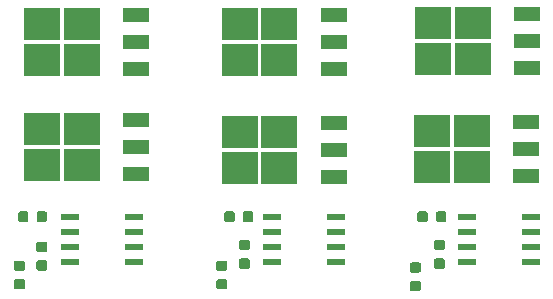
<source format=gbr>
G04 #@! TF.GenerationSoftware,KiCad,Pcbnew,(5.0.1)-3*
G04 #@! TF.CreationDate,2021-02-08T17:12:00-05:00*
G04 #@! TF.ProjectId,fpga_esc,667067615F6573632E6B696361645F70,rev?*
G04 #@! TF.SameCoordinates,Original*
G04 #@! TF.FileFunction,Paste,Bot*
G04 #@! TF.FilePolarity,Positive*
%FSLAX46Y46*%
G04 Gerber Fmt 4.6, Leading zero omitted, Abs format (unit mm)*
G04 Created by KiCad (PCBNEW (5.0.1)-3) date 2021-02-08 5:12:00 PM*
%MOMM*%
%LPD*%
G01*
G04 APERTURE LIST*
%ADD10C,0.100000*%
%ADD11C,0.875000*%
%ADD12R,1.550000X0.600000*%
%ADD13R,3.050000X2.750000*%
%ADD14R,2.200000X1.200000*%
G04 APERTURE END LIST*
D10*
G04 #@! TO.C,C10*
G36*
X113905191Y-75726053D02*
X113926426Y-75729203D01*
X113947250Y-75734419D01*
X113967462Y-75741651D01*
X113986868Y-75750830D01*
X114005281Y-75761866D01*
X114022524Y-75774654D01*
X114038430Y-75789070D01*
X114052846Y-75804976D01*
X114065634Y-75822219D01*
X114076670Y-75840632D01*
X114085849Y-75860038D01*
X114093081Y-75880250D01*
X114098297Y-75901074D01*
X114101447Y-75922309D01*
X114102500Y-75943750D01*
X114102500Y-76456250D01*
X114101447Y-76477691D01*
X114098297Y-76498926D01*
X114093081Y-76519750D01*
X114085849Y-76539962D01*
X114076670Y-76559368D01*
X114065634Y-76577781D01*
X114052846Y-76595024D01*
X114038430Y-76610930D01*
X114022524Y-76625346D01*
X114005281Y-76638134D01*
X113986868Y-76649170D01*
X113967462Y-76658349D01*
X113947250Y-76665581D01*
X113926426Y-76670797D01*
X113905191Y-76673947D01*
X113883750Y-76675000D01*
X113446250Y-76675000D01*
X113424809Y-76673947D01*
X113403574Y-76670797D01*
X113382750Y-76665581D01*
X113362538Y-76658349D01*
X113343132Y-76649170D01*
X113324719Y-76638134D01*
X113307476Y-76625346D01*
X113291570Y-76610930D01*
X113277154Y-76595024D01*
X113264366Y-76577781D01*
X113253330Y-76559368D01*
X113244151Y-76539962D01*
X113236919Y-76519750D01*
X113231703Y-76498926D01*
X113228553Y-76477691D01*
X113227500Y-76456250D01*
X113227500Y-75943750D01*
X113228553Y-75922309D01*
X113231703Y-75901074D01*
X113236919Y-75880250D01*
X113244151Y-75860038D01*
X113253330Y-75840632D01*
X113264366Y-75822219D01*
X113277154Y-75804976D01*
X113291570Y-75789070D01*
X113307476Y-75774654D01*
X113324719Y-75761866D01*
X113343132Y-75750830D01*
X113362538Y-75741651D01*
X113382750Y-75734419D01*
X113403574Y-75729203D01*
X113424809Y-75726053D01*
X113446250Y-75725000D01*
X113883750Y-75725000D01*
X113905191Y-75726053D01*
X113905191Y-75726053D01*
G37*
D11*
X113665000Y-76200000D03*
D10*
G36*
X112330191Y-75726053D02*
X112351426Y-75729203D01*
X112372250Y-75734419D01*
X112392462Y-75741651D01*
X112411868Y-75750830D01*
X112430281Y-75761866D01*
X112447524Y-75774654D01*
X112463430Y-75789070D01*
X112477846Y-75804976D01*
X112490634Y-75822219D01*
X112501670Y-75840632D01*
X112510849Y-75860038D01*
X112518081Y-75880250D01*
X112523297Y-75901074D01*
X112526447Y-75922309D01*
X112527500Y-75943750D01*
X112527500Y-76456250D01*
X112526447Y-76477691D01*
X112523297Y-76498926D01*
X112518081Y-76519750D01*
X112510849Y-76539962D01*
X112501670Y-76559368D01*
X112490634Y-76577781D01*
X112477846Y-76595024D01*
X112463430Y-76610930D01*
X112447524Y-76625346D01*
X112430281Y-76638134D01*
X112411868Y-76649170D01*
X112392462Y-76658349D01*
X112372250Y-76665581D01*
X112351426Y-76670797D01*
X112330191Y-76673947D01*
X112308750Y-76675000D01*
X111871250Y-76675000D01*
X111849809Y-76673947D01*
X111828574Y-76670797D01*
X111807750Y-76665581D01*
X111787538Y-76658349D01*
X111768132Y-76649170D01*
X111749719Y-76638134D01*
X111732476Y-76625346D01*
X111716570Y-76610930D01*
X111702154Y-76595024D01*
X111689366Y-76577781D01*
X111678330Y-76559368D01*
X111669151Y-76539962D01*
X111661919Y-76519750D01*
X111656703Y-76498926D01*
X111653553Y-76477691D01*
X111652500Y-76456250D01*
X111652500Y-75943750D01*
X111653553Y-75922309D01*
X111656703Y-75901074D01*
X111661919Y-75880250D01*
X111669151Y-75860038D01*
X111678330Y-75840632D01*
X111689366Y-75822219D01*
X111702154Y-75804976D01*
X111716570Y-75789070D01*
X111732476Y-75774654D01*
X111749719Y-75761866D01*
X111768132Y-75750830D01*
X111787538Y-75741651D01*
X111807750Y-75734419D01*
X111828574Y-75729203D01*
X111849809Y-75726053D01*
X111871250Y-75725000D01*
X112308750Y-75725000D01*
X112330191Y-75726053D01*
X112330191Y-75726053D01*
G37*
D11*
X112090000Y-76200000D03*
G04 #@! TD*
D10*
G04 #@! TO.C,C11*
G36*
X147712691Y-75726053D02*
X147733926Y-75729203D01*
X147754750Y-75734419D01*
X147774962Y-75741651D01*
X147794368Y-75750830D01*
X147812781Y-75761866D01*
X147830024Y-75774654D01*
X147845930Y-75789070D01*
X147860346Y-75804976D01*
X147873134Y-75822219D01*
X147884170Y-75840632D01*
X147893349Y-75860038D01*
X147900581Y-75880250D01*
X147905797Y-75901074D01*
X147908947Y-75922309D01*
X147910000Y-75943750D01*
X147910000Y-76456250D01*
X147908947Y-76477691D01*
X147905797Y-76498926D01*
X147900581Y-76519750D01*
X147893349Y-76539962D01*
X147884170Y-76559368D01*
X147873134Y-76577781D01*
X147860346Y-76595024D01*
X147845930Y-76610930D01*
X147830024Y-76625346D01*
X147812781Y-76638134D01*
X147794368Y-76649170D01*
X147774962Y-76658349D01*
X147754750Y-76665581D01*
X147733926Y-76670797D01*
X147712691Y-76673947D01*
X147691250Y-76675000D01*
X147253750Y-76675000D01*
X147232309Y-76673947D01*
X147211074Y-76670797D01*
X147190250Y-76665581D01*
X147170038Y-76658349D01*
X147150632Y-76649170D01*
X147132219Y-76638134D01*
X147114976Y-76625346D01*
X147099070Y-76610930D01*
X147084654Y-76595024D01*
X147071866Y-76577781D01*
X147060830Y-76559368D01*
X147051651Y-76539962D01*
X147044419Y-76519750D01*
X147039203Y-76498926D01*
X147036053Y-76477691D01*
X147035000Y-76456250D01*
X147035000Y-75943750D01*
X147036053Y-75922309D01*
X147039203Y-75901074D01*
X147044419Y-75880250D01*
X147051651Y-75860038D01*
X147060830Y-75840632D01*
X147071866Y-75822219D01*
X147084654Y-75804976D01*
X147099070Y-75789070D01*
X147114976Y-75774654D01*
X147132219Y-75761866D01*
X147150632Y-75750830D01*
X147170038Y-75741651D01*
X147190250Y-75734419D01*
X147211074Y-75729203D01*
X147232309Y-75726053D01*
X147253750Y-75725000D01*
X147691250Y-75725000D01*
X147712691Y-75726053D01*
X147712691Y-75726053D01*
G37*
D11*
X147472500Y-76200000D03*
D10*
G36*
X146137691Y-75726053D02*
X146158926Y-75729203D01*
X146179750Y-75734419D01*
X146199962Y-75741651D01*
X146219368Y-75750830D01*
X146237781Y-75761866D01*
X146255024Y-75774654D01*
X146270930Y-75789070D01*
X146285346Y-75804976D01*
X146298134Y-75822219D01*
X146309170Y-75840632D01*
X146318349Y-75860038D01*
X146325581Y-75880250D01*
X146330797Y-75901074D01*
X146333947Y-75922309D01*
X146335000Y-75943750D01*
X146335000Y-76456250D01*
X146333947Y-76477691D01*
X146330797Y-76498926D01*
X146325581Y-76519750D01*
X146318349Y-76539962D01*
X146309170Y-76559368D01*
X146298134Y-76577781D01*
X146285346Y-76595024D01*
X146270930Y-76610930D01*
X146255024Y-76625346D01*
X146237781Y-76638134D01*
X146219368Y-76649170D01*
X146199962Y-76658349D01*
X146179750Y-76665581D01*
X146158926Y-76670797D01*
X146137691Y-76673947D01*
X146116250Y-76675000D01*
X145678750Y-76675000D01*
X145657309Y-76673947D01*
X145636074Y-76670797D01*
X145615250Y-76665581D01*
X145595038Y-76658349D01*
X145575632Y-76649170D01*
X145557219Y-76638134D01*
X145539976Y-76625346D01*
X145524070Y-76610930D01*
X145509654Y-76595024D01*
X145496866Y-76577781D01*
X145485830Y-76559368D01*
X145476651Y-76539962D01*
X145469419Y-76519750D01*
X145464203Y-76498926D01*
X145461053Y-76477691D01*
X145460000Y-76456250D01*
X145460000Y-75943750D01*
X145461053Y-75922309D01*
X145464203Y-75901074D01*
X145469419Y-75880250D01*
X145476651Y-75860038D01*
X145485830Y-75840632D01*
X145496866Y-75822219D01*
X145509654Y-75804976D01*
X145524070Y-75789070D01*
X145539976Y-75774654D01*
X145557219Y-75761866D01*
X145575632Y-75750830D01*
X145595038Y-75741651D01*
X145615250Y-75734419D01*
X145636074Y-75729203D01*
X145657309Y-75726053D01*
X145678750Y-75725000D01*
X146116250Y-75725000D01*
X146137691Y-75726053D01*
X146137691Y-75726053D01*
G37*
D11*
X145897500Y-76200000D03*
G04 #@! TD*
D10*
G04 #@! TO.C,C12*
G36*
X129780191Y-75726053D02*
X129801426Y-75729203D01*
X129822250Y-75734419D01*
X129842462Y-75741651D01*
X129861868Y-75750830D01*
X129880281Y-75761866D01*
X129897524Y-75774654D01*
X129913430Y-75789070D01*
X129927846Y-75804976D01*
X129940634Y-75822219D01*
X129951670Y-75840632D01*
X129960849Y-75860038D01*
X129968081Y-75880250D01*
X129973297Y-75901074D01*
X129976447Y-75922309D01*
X129977500Y-75943750D01*
X129977500Y-76456250D01*
X129976447Y-76477691D01*
X129973297Y-76498926D01*
X129968081Y-76519750D01*
X129960849Y-76539962D01*
X129951670Y-76559368D01*
X129940634Y-76577781D01*
X129927846Y-76595024D01*
X129913430Y-76610930D01*
X129897524Y-76625346D01*
X129880281Y-76638134D01*
X129861868Y-76649170D01*
X129842462Y-76658349D01*
X129822250Y-76665581D01*
X129801426Y-76670797D01*
X129780191Y-76673947D01*
X129758750Y-76675000D01*
X129321250Y-76675000D01*
X129299809Y-76673947D01*
X129278574Y-76670797D01*
X129257750Y-76665581D01*
X129237538Y-76658349D01*
X129218132Y-76649170D01*
X129199719Y-76638134D01*
X129182476Y-76625346D01*
X129166570Y-76610930D01*
X129152154Y-76595024D01*
X129139366Y-76577781D01*
X129128330Y-76559368D01*
X129119151Y-76539962D01*
X129111919Y-76519750D01*
X129106703Y-76498926D01*
X129103553Y-76477691D01*
X129102500Y-76456250D01*
X129102500Y-75943750D01*
X129103553Y-75922309D01*
X129106703Y-75901074D01*
X129111919Y-75880250D01*
X129119151Y-75860038D01*
X129128330Y-75840632D01*
X129139366Y-75822219D01*
X129152154Y-75804976D01*
X129166570Y-75789070D01*
X129182476Y-75774654D01*
X129199719Y-75761866D01*
X129218132Y-75750830D01*
X129237538Y-75741651D01*
X129257750Y-75734419D01*
X129278574Y-75729203D01*
X129299809Y-75726053D01*
X129321250Y-75725000D01*
X129758750Y-75725000D01*
X129780191Y-75726053D01*
X129780191Y-75726053D01*
G37*
D11*
X129540000Y-76200000D03*
D10*
G36*
X131355191Y-75726053D02*
X131376426Y-75729203D01*
X131397250Y-75734419D01*
X131417462Y-75741651D01*
X131436868Y-75750830D01*
X131455281Y-75761866D01*
X131472524Y-75774654D01*
X131488430Y-75789070D01*
X131502846Y-75804976D01*
X131515634Y-75822219D01*
X131526670Y-75840632D01*
X131535849Y-75860038D01*
X131543081Y-75880250D01*
X131548297Y-75901074D01*
X131551447Y-75922309D01*
X131552500Y-75943750D01*
X131552500Y-76456250D01*
X131551447Y-76477691D01*
X131548297Y-76498926D01*
X131543081Y-76519750D01*
X131535849Y-76539962D01*
X131526670Y-76559368D01*
X131515634Y-76577781D01*
X131502846Y-76595024D01*
X131488430Y-76610930D01*
X131472524Y-76625346D01*
X131455281Y-76638134D01*
X131436868Y-76649170D01*
X131417462Y-76658349D01*
X131397250Y-76665581D01*
X131376426Y-76670797D01*
X131355191Y-76673947D01*
X131333750Y-76675000D01*
X130896250Y-76675000D01*
X130874809Y-76673947D01*
X130853574Y-76670797D01*
X130832750Y-76665581D01*
X130812538Y-76658349D01*
X130793132Y-76649170D01*
X130774719Y-76638134D01*
X130757476Y-76625346D01*
X130741570Y-76610930D01*
X130727154Y-76595024D01*
X130714366Y-76577781D01*
X130703330Y-76559368D01*
X130694151Y-76539962D01*
X130686919Y-76519750D01*
X130681703Y-76498926D01*
X130678553Y-76477691D01*
X130677500Y-76456250D01*
X130677500Y-75943750D01*
X130678553Y-75922309D01*
X130681703Y-75901074D01*
X130686919Y-75880250D01*
X130694151Y-75860038D01*
X130703330Y-75840632D01*
X130714366Y-75822219D01*
X130727154Y-75804976D01*
X130741570Y-75789070D01*
X130757476Y-75774654D01*
X130774719Y-75761866D01*
X130793132Y-75750830D01*
X130812538Y-75741651D01*
X130832750Y-75734419D01*
X130853574Y-75729203D01*
X130874809Y-75726053D01*
X130896250Y-75725000D01*
X131333750Y-75725000D01*
X131355191Y-75726053D01*
X131355191Y-75726053D01*
G37*
D11*
X131115000Y-76200000D03*
G04 #@! TD*
D10*
G04 #@! TO.C,C13*
G36*
X129182691Y-81478553D02*
X129203926Y-81481703D01*
X129224750Y-81486919D01*
X129244962Y-81494151D01*
X129264368Y-81503330D01*
X129282781Y-81514366D01*
X129300024Y-81527154D01*
X129315930Y-81541570D01*
X129330346Y-81557476D01*
X129343134Y-81574719D01*
X129354170Y-81593132D01*
X129363349Y-81612538D01*
X129370581Y-81632750D01*
X129375797Y-81653574D01*
X129378947Y-81674809D01*
X129380000Y-81696250D01*
X129380000Y-82133750D01*
X129378947Y-82155191D01*
X129375797Y-82176426D01*
X129370581Y-82197250D01*
X129363349Y-82217462D01*
X129354170Y-82236868D01*
X129343134Y-82255281D01*
X129330346Y-82272524D01*
X129315930Y-82288430D01*
X129300024Y-82302846D01*
X129282781Y-82315634D01*
X129264368Y-82326670D01*
X129244962Y-82335849D01*
X129224750Y-82343081D01*
X129203926Y-82348297D01*
X129182691Y-82351447D01*
X129161250Y-82352500D01*
X128648750Y-82352500D01*
X128627309Y-82351447D01*
X128606074Y-82348297D01*
X128585250Y-82343081D01*
X128565038Y-82335849D01*
X128545632Y-82326670D01*
X128527219Y-82315634D01*
X128509976Y-82302846D01*
X128494070Y-82288430D01*
X128479654Y-82272524D01*
X128466866Y-82255281D01*
X128455830Y-82236868D01*
X128446651Y-82217462D01*
X128439419Y-82197250D01*
X128434203Y-82176426D01*
X128431053Y-82155191D01*
X128430000Y-82133750D01*
X128430000Y-81696250D01*
X128431053Y-81674809D01*
X128434203Y-81653574D01*
X128439419Y-81632750D01*
X128446651Y-81612538D01*
X128455830Y-81593132D01*
X128466866Y-81574719D01*
X128479654Y-81557476D01*
X128494070Y-81541570D01*
X128509976Y-81527154D01*
X128527219Y-81514366D01*
X128545632Y-81503330D01*
X128565038Y-81494151D01*
X128585250Y-81486919D01*
X128606074Y-81481703D01*
X128627309Y-81478553D01*
X128648750Y-81477500D01*
X129161250Y-81477500D01*
X129182691Y-81478553D01*
X129182691Y-81478553D01*
G37*
D11*
X128905000Y-81915000D03*
D10*
G36*
X129182691Y-79903553D02*
X129203926Y-79906703D01*
X129224750Y-79911919D01*
X129244962Y-79919151D01*
X129264368Y-79928330D01*
X129282781Y-79939366D01*
X129300024Y-79952154D01*
X129315930Y-79966570D01*
X129330346Y-79982476D01*
X129343134Y-79999719D01*
X129354170Y-80018132D01*
X129363349Y-80037538D01*
X129370581Y-80057750D01*
X129375797Y-80078574D01*
X129378947Y-80099809D01*
X129380000Y-80121250D01*
X129380000Y-80558750D01*
X129378947Y-80580191D01*
X129375797Y-80601426D01*
X129370581Y-80622250D01*
X129363349Y-80642462D01*
X129354170Y-80661868D01*
X129343134Y-80680281D01*
X129330346Y-80697524D01*
X129315930Y-80713430D01*
X129300024Y-80727846D01*
X129282781Y-80740634D01*
X129264368Y-80751670D01*
X129244962Y-80760849D01*
X129224750Y-80768081D01*
X129203926Y-80773297D01*
X129182691Y-80776447D01*
X129161250Y-80777500D01*
X128648750Y-80777500D01*
X128627309Y-80776447D01*
X128606074Y-80773297D01*
X128585250Y-80768081D01*
X128565038Y-80760849D01*
X128545632Y-80751670D01*
X128527219Y-80740634D01*
X128509976Y-80727846D01*
X128494070Y-80713430D01*
X128479654Y-80697524D01*
X128466866Y-80680281D01*
X128455830Y-80661868D01*
X128446651Y-80642462D01*
X128439419Y-80622250D01*
X128434203Y-80601426D01*
X128431053Y-80580191D01*
X128430000Y-80558750D01*
X128430000Y-80121250D01*
X128431053Y-80099809D01*
X128434203Y-80078574D01*
X128439419Y-80057750D01*
X128446651Y-80037538D01*
X128455830Y-80018132D01*
X128466866Y-79999719D01*
X128479654Y-79982476D01*
X128494070Y-79966570D01*
X128509976Y-79952154D01*
X128527219Y-79939366D01*
X128545632Y-79928330D01*
X128565038Y-79919151D01*
X128585250Y-79911919D01*
X128606074Y-79906703D01*
X128627309Y-79903553D01*
X128648750Y-79902500D01*
X129161250Y-79902500D01*
X129182691Y-79903553D01*
X129182691Y-79903553D01*
G37*
D11*
X128905000Y-80340000D03*
G04 #@! TD*
D10*
G04 #@! TO.C,C14*
G36*
X112037691Y-79903553D02*
X112058926Y-79906703D01*
X112079750Y-79911919D01*
X112099962Y-79919151D01*
X112119368Y-79928330D01*
X112137781Y-79939366D01*
X112155024Y-79952154D01*
X112170930Y-79966570D01*
X112185346Y-79982476D01*
X112198134Y-79999719D01*
X112209170Y-80018132D01*
X112218349Y-80037538D01*
X112225581Y-80057750D01*
X112230797Y-80078574D01*
X112233947Y-80099809D01*
X112235000Y-80121250D01*
X112235000Y-80558750D01*
X112233947Y-80580191D01*
X112230797Y-80601426D01*
X112225581Y-80622250D01*
X112218349Y-80642462D01*
X112209170Y-80661868D01*
X112198134Y-80680281D01*
X112185346Y-80697524D01*
X112170930Y-80713430D01*
X112155024Y-80727846D01*
X112137781Y-80740634D01*
X112119368Y-80751670D01*
X112099962Y-80760849D01*
X112079750Y-80768081D01*
X112058926Y-80773297D01*
X112037691Y-80776447D01*
X112016250Y-80777500D01*
X111503750Y-80777500D01*
X111482309Y-80776447D01*
X111461074Y-80773297D01*
X111440250Y-80768081D01*
X111420038Y-80760849D01*
X111400632Y-80751670D01*
X111382219Y-80740634D01*
X111364976Y-80727846D01*
X111349070Y-80713430D01*
X111334654Y-80697524D01*
X111321866Y-80680281D01*
X111310830Y-80661868D01*
X111301651Y-80642462D01*
X111294419Y-80622250D01*
X111289203Y-80601426D01*
X111286053Y-80580191D01*
X111285000Y-80558750D01*
X111285000Y-80121250D01*
X111286053Y-80099809D01*
X111289203Y-80078574D01*
X111294419Y-80057750D01*
X111301651Y-80037538D01*
X111310830Y-80018132D01*
X111321866Y-79999719D01*
X111334654Y-79982476D01*
X111349070Y-79966570D01*
X111364976Y-79952154D01*
X111382219Y-79939366D01*
X111400632Y-79928330D01*
X111420038Y-79919151D01*
X111440250Y-79911919D01*
X111461074Y-79906703D01*
X111482309Y-79903553D01*
X111503750Y-79902500D01*
X112016250Y-79902500D01*
X112037691Y-79903553D01*
X112037691Y-79903553D01*
G37*
D11*
X111760000Y-80340000D03*
D10*
G36*
X112037691Y-81478553D02*
X112058926Y-81481703D01*
X112079750Y-81486919D01*
X112099962Y-81494151D01*
X112119368Y-81503330D01*
X112137781Y-81514366D01*
X112155024Y-81527154D01*
X112170930Y-81541570D01*
X112185346Y-81557476D01*
X112198134Y-81574719D01*
X112209170Y-81593132D01*
X112218349Y-81612538D01*
X112225581Y-81632750D01*
X112230797Y-81653574D01*
X112233947Y-81674809D01*
X112235000Y-81696250D01*
X112235000Y-82133750D01*
X112233947Y-82155191D01*
X112230797Y-82176426D01*
X112225581Y-82197250D01*
X112218349Y-82217462D01*
X112209170Y-82236868D01*
X112198134Y-82255281D01*
X112185346Y-82272524D01*
X112170930Y-82288430D01*
X112155024Y-82302846D01*
X112137781Y-82315634D01*
X112119368Y-82326670D01*
X112099962Y-82335849D01*
X112079750Y-82343081D01*
X112058926Y-82348297D01*
X112037691Y-82351447D01*
X112016250Y-82352500D01*
X111503750Y-82352500D01*
X111482309Y-82351447D01*
X111461074Y-82348297D01*
X111440250Y-82343081D01*
X111420038Y-82335849D01*
X111400632Y-82326670D01*
X111382219Y-82315634D01*
X111364976Y-82302846D01*
X111349070Y-82288430D01*
X111334654Y-82272524D01*
X111321866Y-82255281D01*
X111310830Y-82236868D01*
X111301651Y-82217462D01*
X111294419Y-82197250D01*
X111289203Y-82176426D01*
X111286053Y-82155191D01*
X111285000Y-82133750D01*
X111285000Y-81696250D01*
X111286053Y-81674809D01*
X111289203Y-81653574D01*
X111294419Y-81632750D01*
X111301651Y-81612538D01*
X111310830Y-81593132D01*
X111321866Y-81574719D01*
X111334654Y-81557476D01*
X111349070Y-81541570D01*
X111364976Y-81527154D01*
X111382219Y-81514366D01*
X111400632Y-81503330D01*
X111420038Y-81494151D01*
X111440250Y-81486919D01*
X111461074Y-81481703D01*
X111482309Y-81478553D01*
X111503750Y-81477500D01*
X112016250Y-81477500D01*
X112037691Y-81478553D01*
X112037691Y-81478553D01*
G37*
D11*
X111760000Y-81915000D03*
G04 #@! TD*
D10*
G04 #@! TO.C,C15*
G36*
X145565691Y-81631053D02*
X145586926Y-81634203D01*
X145607750Y-81639419D01*
X145627962Y-81646651D01*
X145647368Y-81655830D01*
X145665781Y-81666866D01*
X145683024Y-81679654D01*
X145698930Y-81694070D01*
X145713346Y-81709976D01*
X145726134Y-81727219D01*
X145737170Y-81745632D01*
X145746349Y-81765038D01*
X145753581Y-81785250D01*
X145758797Y-81806074D01*
X145761947Y-81827309D01*
X145763000Y-81848750D01*
X145763000Y-82286250D01*
X145761947Y-82307691D01*
X145758797Y-82328926D01*
X145753581Y-82349750D01*
X145746349Y-82369962D01*
X145737170Y-82389368D01*
X145726134Y-82407781D01*
X145713346Y-82425024D01*
X145698930Y-82440930D01*
X145683024Y-82455346D01*
X145665781Y-82468134D01*
X145647368Y-82479170D01*
X145627962Y-82488349D01*
X145607750Y-82495581D01*
X145586926Y-82500797D01*
X145565691Y-82503947D01*
X145544250Y-82505000D01*
X145031750Y-82505000D01*
X145010309Y-82503947D01*
X144989074Y-82500797D01*
X144968250Y-82495581D01*
X144948038Y-82488349D01*
X144928632Y-82479170D01*
X144910219Y-82468134D01*
X144892976Y-82455346D01*
X144877070Y-82440930D01*
X144862654Y-82425024D01*
X144849866Y-82407781D01*
X144838830Y-82389368D01*
X144829651Y-82369962D01*
X144822419Y-82349750D01*
X144817203Y-82328926D01*
X144814053Y-82307691D01*
X144813000Y-82286250D01*
X144813000Y-81848750D01*
X144814053Y-81827309D01*
X144817203Y-81806074D01*
X144822419Y-81785250D01*
X144829651Y-81765038D01*
X144838830Y-81745632D01*
X144849866Y-81727219D01*
X144862654Y-81709976D01*
X144877070Y-81694070D01*
X144892976Y-81679654D01*
X144910219Y-81666866D01*
X144928632Y-81655830D01*
X144948038Y-81646651D01*
X144968250Y-81639419D01*
X144989074Y-81634203D01*
X145010309Y-81631053D01*
X145031750Y-81630000D01*
X145544250Y-81630000D01*
X145565691Y-81631053D01*
X145565691Y-81631053D01*
G37*
D11*
X145288000Y-82067500D03*
D10*
G36*
X145565691Y-80056053D02*
X145586926Y-80059203D01*
X145607750Y-80064419D01*
X145627962Y-80071651D01*
X145647368Y-80080830D01*
X145665781Y-80091866D01*
X145683024Y-80104654D01*
X145698930Y-80119070D01*
X145713346Y-80134976D01*
X145726134Y-80152219D01*
X145737170Y-80170632D01*
X145746349Y-80190038D01*
X145753581Y-80210250D01*
X145758797Y-80231074D01*
X145761947Y-80252309D01*
X145763000Y-80273750D01*
X145763000Y-80711250D01*
X145761947Y-80732691D01*
X145758797Y-80753926D01*
X145753581Y-80774750D01*
X145746349Y-80794962D01*
X145737170Y-80814368D01*
X145726134Y-80832781D01*
X145713346Y-80850024D01*
X145698930Y-80865930D01*
X145683024Y-80880346D01*
X145665781Y-80893134D01*
X145647368Y-80904170D01*
X145627962Y-80913349D01*
X145607750Y-80920581D01*
X145586926Y-80925797D01*
X145565691Y-80928947D01*
X145544250Y-80930000D01*
X145031750Y-80930000D01*
X145010309Y-80928947D01*
X144989074Y-80925797D01*
X144968250Y-80920581D01*
X144948038Y-80913349D01*
X144928632Y-80904170D01*
X144910219Y-80893134D01*
X144892976Y-80880346D01*
X144877070Y-80865930D01*
X144862654Y-80850024D01*
X144849866Y-80832781D01*
X144838830Y-80814368D01*
X144829651Y-80794962D01*
X144822419Y-80774750D01*
X144817203Y-80753926D01*
X144814053Y-80732691D01*
X144813000Y-80711250D01*
X144813000Y-80273750D01*
X144814053Y-80252309D01*
X144817203Y-80231074D01*
X144822419Y-80210250D01*
X144829651Y-80190038D01*
X144838830Y-80170632D01*
X144849866Y-80152219D01*
X144862654Y-80134976D01*
X144877070Y-80119070D01*
X144892976Y-80104654D01*
X144910219Y-80091866D01*
X144928632Y-80080830D01*
X144948038Y-80071651D01*
X144968250Y-80064419D01*
X144989074Y-80059203D01*
X145010309Y-80056053D01*
X145031750Y-80055000D01*
X145544250Y-80055000D01*
X145565691Y-80056053D01*
X145565691Y-80056053D01*
G37*
D11*
X145288000Y-80492500D03*
G04 #@! TD*
D12*
G04 #@! TO.C,U4*
X155100000Y-76200000D03*
X155100000Y-77470000D03*
X155100000Y-78740000D03*
X155100000Y-80010000D03*
X149700000Y-80010000D03*
X149700000Y-78740000D03*
X149700000Y-77470000D03*
X149700000Y-76200000D03*
G04 #@! TD*
G04 #@! TO.C,U5*
X133190000Y-76200000D03*
X133190000Y-77470000D03*
X133190000Y-78740000D03*
X133190000Y-80010000D03*
X138590000Y-80010000D03*
X138590000Y-78740000D03*
X138590000Y-77470000D03*
X138590000Y-76200000D03*
G04 #@! TD*
G04 #@! TO.C,U6*
X121445000Y-76200000D03*
X121445000Y-77470000D03*
X121445000Y-78740000D03*
X121445000Y-80010000D03*
X116045000Y-80010000D03*
X116045000Y-78740000D03*
X116045000Y-77470000D03*
X116045000Y-76200000D03*
G04 #@! TD*
D10*
G04 #@! TO.C,R7*
G36*
X113942691Y-79878553D02*
X113963926Y-79881703D01*
X113984750Y-79886919D01*
X114004962Y-79894151D01*
X114024368Y-79903330D01*
X114042781Y-79914366D01*
X114060024Y-79927154D01*
X114075930Y-79941570D01*
X114090346Y-79957476D01*
X114103134Y-79974719D01*
X114114170Y-79993132D01*
X114123349Y-80012538D01*
X114130581Y-80032750D01*
X114135797Y-80053574D01*
X114138947Y-80074809D01*
X114140000Y-80096250D01*
X114140000Y-80533750D01*
X114138947Y-80555191D01*
X114135797Y-80576426D01*
X114130581Y-80597250D01*
X114123349Y-80617462D01*
X114114170Y-80636868D01*
X114103134Y-80655281D01*
X114090346Y-80672524D01*
X114075930Y-80688430D01*
X114060024Y-80702846D01*
X114042781Y-80715634D01*
X114024368Y-80726670D01*
X114004962Y-80735849D01*
X113984750Y-80743081D01*
X113963926Y-80748297D01*
X113942691Y-80751447D01*
X113921250Y-80752500D01*
X113408750Y-80752500D01*
X113387309Y-80751447D01*
X113366074Y-80748297D01*
X113345250Y-80743081D01*
X113325038Y-80735849D01*
X113305632Y-80726670D01*
X113287219Y-80715634D01*
X113269976Y-80702846D01*
X113254070Y-80688430D01*
X113239654Y-80672524D01*
X113226866Y-80655281D01*
X113215830Y-80636868D01*
X113206651Y-80617462D01*
X113199419Y-80597250D01*
X113194203Y-80576426D01*
X113191053Y-80555191D01*
X113190000Y-80533750D01*
X113190000Y-80096250D01*
X113191053Y-80074809D01*
X113194203Y-80053574D01*
X113199419Y-80032750D01*
X113206651Y-80012538D01*
X113215830Y-79993132D01*
X113226866Y-79974719D01*
X113239654Y-79957476D01*
X113254070Y-79941570D01*
X113269976Y-79927154D01*
X113287219Y-79914366D01*
X113305632Y-79903330D01*
X113325038Y-79894151D01*
X113345250Y-79886919D01*
X113366074Y-79881703D01*
X113387309Y-79878553D01*
X113408750Y-79877500D01*
X113921250Y-79877500D01*
X113942691Y-79878553D01*
X113942691Y-79878553D01*
G37*
D11*
X113665000Y-80315000D03*
D10*
G36*
X113942691Y-78303553D02*
X113963926Y-78306703D01*
X113984750Y-78311919D01*
X114004962Y-78319151D01*
X114024368Y-78328330D01*
X114042781Y-78339366D01*
X114060024Y-78352154D01*
X114075930Y-78366570D01*
X114090346Y-78382476D01*
X114103134Y-78399719D01*
X114114170Y-78418132D01*
X114123349Y-78437538D01*
X114130581Y-78457750D01*
X114135797Y-78478574D01*
X114138947Y-78499809D01*
X114140000Y-78521250D01*
X114140000Y-78958750D01*
X114138947Y-78980191D01*
X114135797Y-79001426D01*
X114130581Y-79022250D01*
X114123349Y-79042462D01*
X114114170Y-79061868D01*
X114103134Y-79080281D01*
X114090346Y-79097524D01*
X114075930Y-79113430D01*
X114060024Y-79127846D01*
X114042781Y-79140634D01*
X114024368Y-79151670D01*
X114004962Y-79160849D01*
X113984750Y-79168081D01*
X113963926Y-79173297D01*
X113942691Y-79176447D01*
X113921250Y-79177500D01*
X113408750Y-79177500D01*
X113387309Y-79176447D01*
X113366074Y-79173297D01*
X113345250Y-79168081D01*
X113325038Y-79160849D01*
X113305632Y-79151670D01*
X113287219Y-79140634D01*
X113269976Y-79127846D01*
X113254070Y-79113430D01*
X113239654Y-79097524D01*
X113226866Y-79080281D01*
X113215830Y-79061868D01*
X113206651Y-79042462D01*
X113199419Y-79022250D01*
X113194203Y-79001426D01*
X113191053Y-78980191D01*
X113190000Y-78958750D01*
X113190000Y-78521250D01*
X113191053Y-78499809D01*
X113194203Y-78478574D01*
X113199419Y-78457750D01*
X113206651Y-78437538D01*
X113215830Y-78418132D01*
X113226866Y-78399719D01*
X113239654Y-78382476D01*
X113254070Y-78366570D01*
X113269976Y-78352154D01*
X113287219Y-78339366D01*
X113305632Y-78328330D01*
X113325038Y-78319151D01*
X113345250Y-78311919D01*
X113366074Y-78306703D01*
X113387309Y-78303553D01*
X113408750Y-78302500D01*
X113921250Y-78302500D01*
X113942691Y-78303553D01*
X113942691Y-78303553D01*
G37*
D11*
X113665000Y-78740000D03*
G04 #@! TD*
D10*
G04 #@! TO.C,R8*
G36*
X147597691Y-79726053D02*
X147618926Y-79729203D01*
X147639750Y-79734419D01*
X147659962Y-79741651D01*
X147679368Y-79750830D01*
X147697781Y-79761866D01*
X147715024Y-79774654D01*
X147730930Y-79789070D01*
X147745346Y-79804976D01*
X147758134Y-79822219D01*
X147769170Y-79840632D01*
X147778349Y-79860038D01*
X147785581Y-79880250D01*
X147790797Y-79901074D01*
X147793947Y-79922309D01*
X147795000Y-79943750D01*
X147795000Y-80381250D01*
X147793947Y-80402691D01*
X147790797Y-80423926D01*
X147785581Y-80444750D01*
X147778349Y-80464962D01*
X147769170Y-80484368D01*
X147758134Y-80502781D01*
X147745346Y-80520024D01*
X147730930Y-80535930D01*
X147715024Y-80550346D01*
X147697781Y-80563134D01*
X147679368Y-80574170D01*
X147659962Y-80583349D01*
X147639750Y-80590581D01*
X147618926Y-80595797D01*
X147597691Y-80598947D01*
X147576250Y-80600000D01*
X147063750Y-80600000D01*
X147042309Y-80598947D01*
X147021074Y-80595797D01*
X147000250Y-80590581D01*
X146980038Y-80583349D01*
X146960632Y-80574170D01*
X146942219Y-80563134D01*
X146924976Y-80550346D01*
X146909070Y-80535930D01*
X146894654Y-80520024D01*
X146881866Y-80502781D01*
X146870830Y-80484368D01*
X146861651Y-80464962D01*
X146854419Y-80444750D01*
X146849203Y-80423926D01*
X146846053Y-80402691D01*
X146845000Y-80381250D01*
X146845000Y-79943750D01*
X146846053Y-79922309D01*
X146849203Y-79901074D01*
X146854419Y-79880250D01*
X146861651Y-79860038D01*
X146870830Y-79840632D01*
X146881866Y-79822219D01*
X146894654Y-79804976D01*
X146909070Y-79789070D01*
X146924976Y-79774654D01*
X146942219Y-79761866D01*
X146960632Y-79750830D01*
X146980038Y-79741651D01*
X147000250Y-79734419D01*
X147021074Y-79729203D01*
X147042309Y-79726053D01*
X147063750Y-79725000D01*
X147576250Y-79725000D01*
X147597691Y-79726053D01*
X147597691Y-79726053D01*
G37*
D11*
X147320000Y-80162500D03*
D10*
G36*
X147597691Y-78151053D02*
X147618926Y-78154203D01*
X147639750Y-78159419D01*
X147659962Y-78166651D01*
X147679368Y-78175830D01*
X147697781Y-78186866D01*
X147715024Y-78199654D01*
X147730930Y-78214070D01*
X147745346Y-78229976D01*
X147758134Y-78247219D01*
X147769170Y-78265632D01*
X147778349Y-78285038D01*
X147785581Y-78305250D01*
X147790797Y-78326074D01*
X147793947Y-78347309D01*
X147795000Y-78368750D01*
X147795000Y-78806250D01*
X147793947Y-78827691D01*
X147790797Y-78848926D01*
X147785581Y-78869750D01*
X147778349Y-78889962D01*
X147769170Y-78909368D01*
X147758134Y-78927781D01*
X147745346Y-78945024D01*
X147730930Y-78960930D01*
X147715024Y-78975346D01*
X147697781Y-78988134D01*
X147679368Y-78999170D01*
X147659962Y-79008349D01*
X147639750Y-79015581D01*
X147618926Y-79020797D01*
X147597691Y-79023947D01*
X147576250Y-79025000D01*
X147063750Y-79025000D01*
X147042309Y-79023947D01*
X147021074Y-79020797D01*
X147000250Y-79015581D01*
X146980038Y-79008349D01*
X146960632Y-78999170D01*
X146942219Y-78988134D01*
X146924976Y-78975346D01*
X146909070Y-78960930D01*
X146894654Y-78945024D01*
X146881866Y-78927781D01*
X146870830Y-78909368D01*
X146861651Y-78889962D01*
X146854419Y-78869750D01*
X146849203Y-78848926D01*
X146846053Y-78827691D01*
X146845000Y-78806250D01*
X146845000Y-78368750D01*
X146846053Y-78347309D01*
X146849203Y-78326074D01*
X146854419Y-78305250D01*
X146861651Y-78285038D01*
X146870830Y-78265632D01*
X146881866Y-78247219D01*
X146894654Y-78229976D01*
X146909070Y-78214070D01*
X146924976Y-78199654D01*
X146942219Y-78186866D01*
X146960632Y-78175830D01*
X146980038Y-78166651D01*
X147000250Y-78159419D01*
X147021074Y-78154203D01*
X147042309Y-78151053D01*
X147063750Y-78150000D01*
X147576250Y-78150000D01*
X147597691Y-78151053D01*
X147597691Y-78151053D01*
G37*
D11*
X147320000Y-78587500D03*
G04 #@! TD*
D10*
G04 #@! TO.C,R9*
G36*
X131087691Y-78151053D02*
X131108926Y-78154203D01*
X131129750Y-78159419D01*
X131149962Y-78166651D01*
X131169368Y-78175830D01*
X131187781Y-78186866D01*
X131205024Y-78199654D01*
X131220930Y-78214070D01*
X131235346Y-78229976D01*
X131248134Y-78247219D01*
X131259170Y-78265632D01*
X131268349Y-78285038D01*
X131275581Y-78305250D01*
X131280797Y-78326074D01*
X131283947Y-78347309D01*
X131285000Y-78368750D01*
X131285000Y-78806250D01*
X131283947Y-78827691D01*
X131280797Y-78848926D01*
X131275581Y-78869750D01*
X131268349Y-78889962D01*
X131259170Y-78909368D01*
X131248134Y-78927781D01*
X131235346Y-78945024D01*
X131220930Y-78960930D01*
X131205024Y-78975346D01*
X131187781Y-78988134D01*
X131169368Y-78999170D01*
X131149962Y-79008349D01*
X131129750Y-79015581D01*
X131108926Y-79020797D01*
X131087691Y-79023947D01*
X131066250Y-79025000D01*
X130553750Y-79025000D01*
X130532309Y-79023947D01*
X130511074Y-79020797D01*
X130490250Y-79015581D01*
X130470038Y-79008349D01*
X130450632Y-78999170D01*
X130432219Y-78988134D01*
X130414976Y-78975346D01*
X130399070Y-78960930D01*
X130384654Y-78945024D01*
X130371866Y-78927781D01*
X130360830Y-78909368D01*
X130351651Y-78889962D01*
X130344419Y-78869750D01*
X130339203Y-78848926D01*
X130336053Y-78827691D01*
X130335000Y-78806250D01*
X130335000Y-78368750D01*
X130336053Y-78347309D01*
X130339203Y-78326074D01*
X130344419Y-78305250D01*
X130351651Y-78285038D01*
X130360830Y-78265632D01*
X130371866Y-78247219D01*
X130384654Y-78229976D01*
X130399070Y-78214070D01*
X130414976Y-78199654D01*
X130432219Y-78186866D01*
X130450632Y-78175830D01*
X130470038Y-78166651D01*
X130490250Y-78159419D01*
X130511074Y-78154203D01*
X130532309Y-78151053D01*
X130553750Y-78150000D01*
X131066250Y-78150000D01*
X131087691Y-78151053D01*
X131087691Y-78151053D01*
G37*
D11*
X130810000Y-78587500D03*
D10*
G36*
X131087691Y-79726053D02*
X131108926Y-79729203D01*
X131129750Y-79734419D01*
X131149962Y-79741651D01*
X131169368Y-79750830D01*
X131187781Y-79761866D01*
X131205024Y-79774654D01*
X131220930Y-79789070D01*
X131235346Y-79804976D01*
X131248134Y-79822219D01*
X131259170Y-79840632D01*
X131268349Y-79860038D01*
X131275581Y-79880250D01*
X131280797Y-79901074D01*
X131283947Y-79922309D01*
X131285000Y-79943750D01*
X131285000Y-80381250D01*
X131283947Y-80402691D01*
X131280797Y-80423926D01*
X131275581Y-80444750D01*
X131268349Y-80464962D01*
X131259170Y-80484368D01*
X131248134Y-80502781D01*
X131235346Y-80520024D01*
X131220930Y-80535930D01*
X131205024Y-80550346D01*
X131187781Y-80563134D01*
X131169368Y-80574170D01*
X131149962Y-80583349D01*
X131129750Y-80590581D01*
X131108926Y-80595797D01*
X131087691Y-80598947D01*
X131066250Y-80600000D01*
X130553750Y-80600000D01*
X130532309Y-80598947D01*
X130511074Y-80595797D01*
X130490250Y-80590581D01*
X130470038Y-80583349D01*
X130450632Y-80574170D01*
X130432219Y-80563134D01*
X130414976Y-80550346D01*
X130399070Y-80535930D01*
X130384654Y-80520024D01*
X130371866Y-80502781D01*
X130360830Y-80484368D01*
X130351651Y-80464962D01*
X130344419Y-80444750D01*
X130339203Y-80423926D01*
X130336053Y-80402691D01*
X130335000Y-80381250D01*
X130335000Y-79943750D01*
X130336053Y-79922309D01*
X130339203Y-79901074D01*
X130344419Y-79880250D01*
X130351651Y-79860038D01*
X130360830Y-79840632D01*
X130371866Y-79822219D01*
X130384654Y-79804976D01*
X130399070Y-79789070D01*
X130414976Y-79774654D01*
X130432219Y-79761866D01*
X130450632Y-79750830D01*
X130470038Y-79741651D01*
X130490250Y-79734419D01*
X130511074Y-79729203D01*
X130532309Y-79726053D01*
X130553750Y-79725000D01*
X131066250Y-79725000D01*
X131087691Y-79726053D01*
X131087691Y-79726053D01*
G37*
D11*
X130810000Y-80162500D03*
G04 #@! TD*
D13*
G04 #@! TO.C,Q1*
X150134999Y-62865000D03*
X146784999Y-59815000D03*
X150134999Y-59815000D03*
X146784999Y-62865000D03*
D14*
X154759999Y-63620000D03*
X154759999Y-61340000D03*
X154759999Y-59060000D03*
G04 #@! TD*
D13*
G04 #@! TO.C,Q2*
X150070000Y-72010000D03*
X146720000Y-68960000D03*
X150070000Y-68960000D03*
X146720000Y-72010000D03*
D14*
X154695000Y-72765000D03*
X154695000Y-70485000D03*
X154695000Y-68205000D03*
G04 #@! TD*
G04 #@! TO.C,Q3*
X138380000Y-59125772D03*
X138380000Y-61405772D03*
X138380000Y-63685772D03*
D13*
X130405000Y-62930772D03*
X133755000Y-59880772D03*
X130405000Y-59880772D03*
X133755000Y-62930772D03*
G04 #@! TD*
D14*
G04 #@! TO.C,Q4*
X138380000Y-68270772D03*
X138380000Y-70550772D03*
X138380000Y-72830772D03*
D13*
X130405000Y-72075772D03*
X133755000Y-69025772D03*
X130405000Y-69025772D03*
X133755000Y-72075772D03*
G04 #@! TD*
D14*
G04 #@! TO.C,Q5*
X121675000Y-59125772D03*
X121675000Y-61405772D03*
X121675000Y-63685772D03*
D13*
X113700000Y-62930772D03*
X117050000Y-59880772D03*
X113700000Y-59880772D03*
X117050000Y-62930772D03*
G04 #@! TD*
G04 #@! TO.C,Q6*
X117050000Y-71820772D03*
X113700000Y-68770772D03*
X117050000Y-68770772D03*
X113700000Y-71820772D03*
D14*
X121675000Y-72575772D03*
X121675000Y-70295772D03*
X121675000Y-68015772D03*
G04 #@! TD*
M02*

</source>
